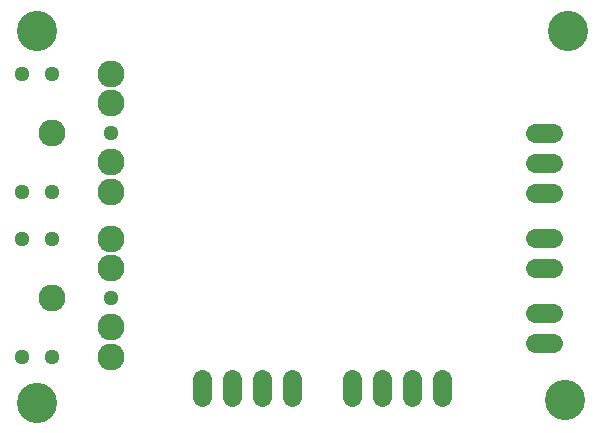
<source format=gbs>
G75*
G70*
%OFA0B0*%
%FSLAX24Y24*%
%IPPOS*%
%LPD*%
%AMOC8*
5,1,8,0,0,1.08239X$1,22.5*
%
%ADD10C,0.0640*%
%ADD11C,0.1340*%
%ADD12C,0.0900*%
%ADD13C,0.0512*%
D10*
X007699Y001811D02*
X007699Y002411D01*
X008699Y002411D02*
X008699Y001811D01*
X009699Y001811D02*
X009699Y002411D01*
X010699Y002411D02*
X010699Y001811D01*
X012699Y001811D02*
X012699Y002411D01*
X013699Y002411D02*
X013699Y001811D01*
X014699Y001811D02*
X014699Y002411D01*
X015699Y002411D02*
X015699Y001811D01*
X018799Y003611D02*
X019399Y003611D01*
X019399Y004611D02*
X018799Y004611D01*
X018799Y006111D02*
X019399Y006111D01*
X019399Y007111D02*
X018799Y007111D01*
X018799Y008611D02*
X019399Y008611D01*
X019399Y009611D02*
X018799Y009611D01*
X018799Y010611D02*
X019399Y010611D01*
D11*
X002199Y001611D03*
X002199Y014011D03*
X019799Y001711D03*
X019899Y014011D03*
D12*
X004668Y012579D03*
X004668Y011595D03*
X002699Y010611D03*
X004668Y009626D03*
X004668Y008642D03*
X004668Y007079D03*
X004668Y006095D03*
X002699Y005111D03*
X004668Y004126D03*
X004668Y003142D03*
D13*
X002699Y003142D03*
X001715Y003142D03*
X004668Y005111D03*
X002699Y007079D03*
X001715Y007079D03*
X001715Y008642D03*
X002699Y008642D03*
X004668Y010611D03*
X002699Y012579D03*
X001715Y012579D03*
M02*

</source>
